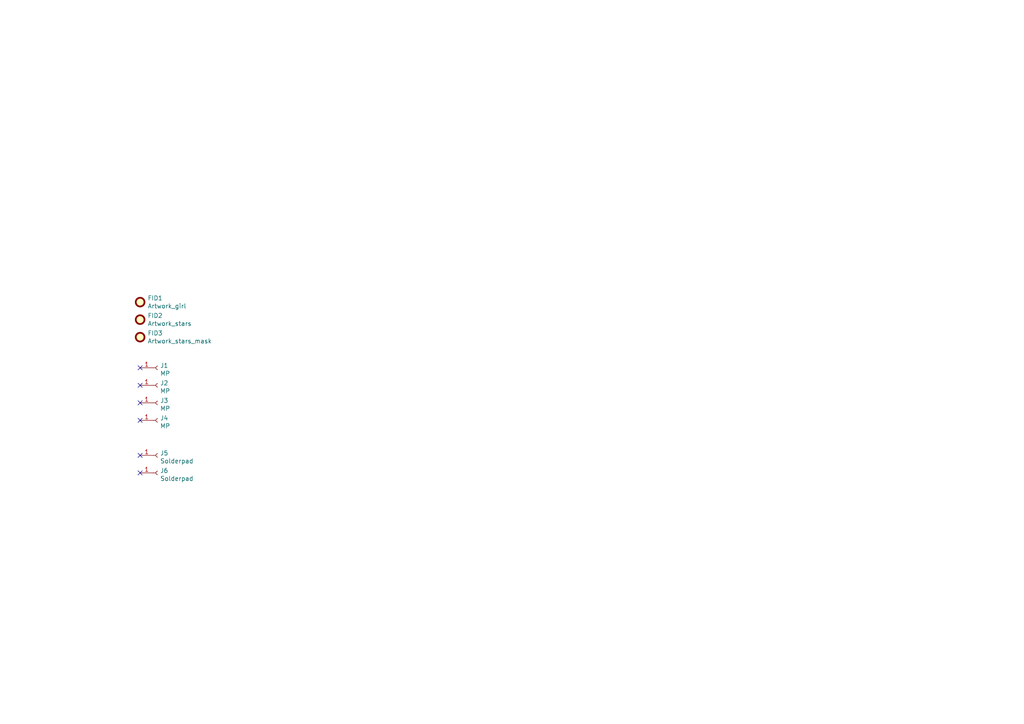
<source format=kicad_sch>
(kicad_sch (version 20230121) (generator eeschema)
  (paper "A4")
  (lib_symbols
    (symbol "Mechanical:Fiducial"
      (property "Reference" "FID" (at 0 5.08 0))
      (property "Value" "Fiducial" (at 0 3.175 0))
      (symbol "Fiducial_0_1"
        (circle (center 0 0) (radius 1.27) (stroke (width 0.508)) (fill (type background)))
      )
    )
    (symbol "coaster_midboard-rescue:Conn_01x01_Female-Connector" (pin_names (offset 1.016) hide)
      (property "Reference" "J" (at 0 2.54 0))
      (property "Value" "Connector_Conn_01x01_Female" (at 0 -2.54 0))
      (symbol "Conn_01x01_Female-Connector_1_1"
        (polyline (pts (xy -1.27 0) (xy -0.508 0)) (stroke (width 0.1524)))
        (arc (start 0 0.508) (mid -0.5058 0) (end 0 -0.508) (stroke (width 0.1524)))
        (pin passive line (at -5.08 0 0) (length 3.81) (name "Pin_1") (number "1"))
      )
    )
  )
  (no_connect (at 40.64 106.68))
  (no_connect (at 40.64 137.16))
  (no_connect (at 40.64 111.76))
  (no_connect (at 40.64 116.84))
  (no_connect (at 40.64 121.92))
  (no_connect (at 40.64 132.08))
  (symbol (lib_id "Mechanical:Fiducial") (at 40.64 87.63 0) (unit 1)
    (property "Reference" "FID1" (at 42.799 86.4616 0) (effects (justify left)))
    (property "Value" "Artwork_girl" (at 42.799 88.773 0) (effects (justify left)))
    (property "Footprint" "otter:shark_girl_kani_aji_" (effects hide))
  )
  (symbol (lib_id "Mechanical:Fiducial") (at 40.64 92.71 0) (unit 1)
    (property "Reference" "FID2" (at 42.799 91.5416 0) (effects (justify left)))
    (property "Value" "Artwork_stars" (at 42.799 93.853 0) (effects (justify left)))
    (property "Footprint" "otter:stars_kani_aji_" (effects hide))
  )
  (symbol (lib_id "Mechanical:Fiducial") (at 40.64 97.79 0) (unit 1)
    (property "Reference" "FID3" (at 42.799 96.6216 0) (effects (justify left)))
    (property "Value" "Artwork_stars_mask" (at 42.799 98.933 0) (effects (justify left)))
    (property "Footprint" "otter:stars_mask_kani_aji_" (effects hide))
  )
  (symbol (lib_id "coaster_midboard-rescue:Conn_01x01_Female-Connector") (at 45.72 106.68 0) (unit 1)
    (property "Reference" "J1" (at 46.4312 106.0196 0) (effects (justify left)))
    (property "Value" "MP" (at 46.4312 108.331 0) (effects (justify left)))
    (property "Footprint" "Connector_Pin:Pin_D1.0mm_L10.0mm_LooseFit" (effects hide))
  )
  (symbol (lib_id "coaster_midboard-rescue:Conn_01x01_Female-Connector") (at 45.72 111.76 0) (unit 1)
    (property "Reference" "J2" (at 46.4312 111.0996 0) (effects (justify left)))
    (property "Value" "MP" (at 46.4312 113.411 0) (effects (justify left)))
    (property "Footprint" "Connector_Pin:Pin_D1.0mm_L10.0mm_LooseFit" (effects hide))
  )
  (symbol (lib_id "coaster_midboard-rescue:Conn_01x01_Female-Connector") (at 45.72 116.84 0) (unit 1)
    (property "Reference" "J3" (at 46.4312 116.1796 0) (effects (justify left)))
    (property "Value" "MP" (at 46.4312 118.491 0) (effects (justify left)))
    (property "Footprint" "Connector_Pin:Pin_D1.0mm_L10.0mm_LooseFit" (effects hide))
  )
  (symbol (lib_id "coaster_midboard-rescue:Conn_01x01_Female-Connector") (at 45.72 121.92 0) (unit 1)
    (property "Reference" "J4" (at 46.4312 121.2596 0) (effects (justify left)))
    (property "Value" "MP" (at 46.4312 123.571 0) (effects (justify left)))
    (property "Footprint" "Connector_Pin:Pin_D1.0mm_L10.0mm_LooseFit" (effects hide))
  )
  (symbol (lib_id "coaster_midboard-rescue:Conn_01x01_Female-Connector") (at 45.72 132.08 0) (unit 1)
    (property "Reference" "J5" (at 46.4312 131.4196 0) (effects (justify left)))
    (property "Value" "Solderpad" (at 46.4312 133.731 0) (effects (justify left)))
    (property "Footprint" "Connector_Pin:Pin_D0.7mm_L6.5mm_W1.8mm_FlatFork" (effects hide))
  )
  (symbol (lib_id "coaster_midboard-rescue:Conn_01x01_Female-Connector") (at 45.72 137.16 0) (unit 1)
    (property "Reference" "J6" (at 46.4312 136.4996 0) (effects (justify left)))
    (property "Value" "Solderpad" (at 46.4312 138.811 0) (effects (justify left)))
    (property "Footprint" "Connector_Pin:Pin_D0.7mm_L6.5mm_W1.8mm_FlatFork" (effects hide))
  )
)
</source>
